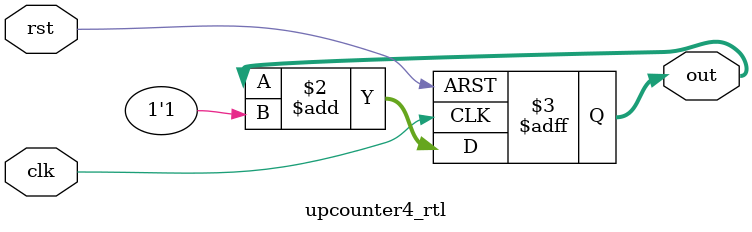
<source format=v>
module upcounter4_rtl (
    input  wire clk,
    input  wire rst,          // async reset (active-high)
    output reg  [3:0] out
);

always @(posedge clk or posedge rst) begin
    if (rst)
        out <= 4'b0000;
    else
        out <= out + 1'b1;
end

endmodule

</source>
